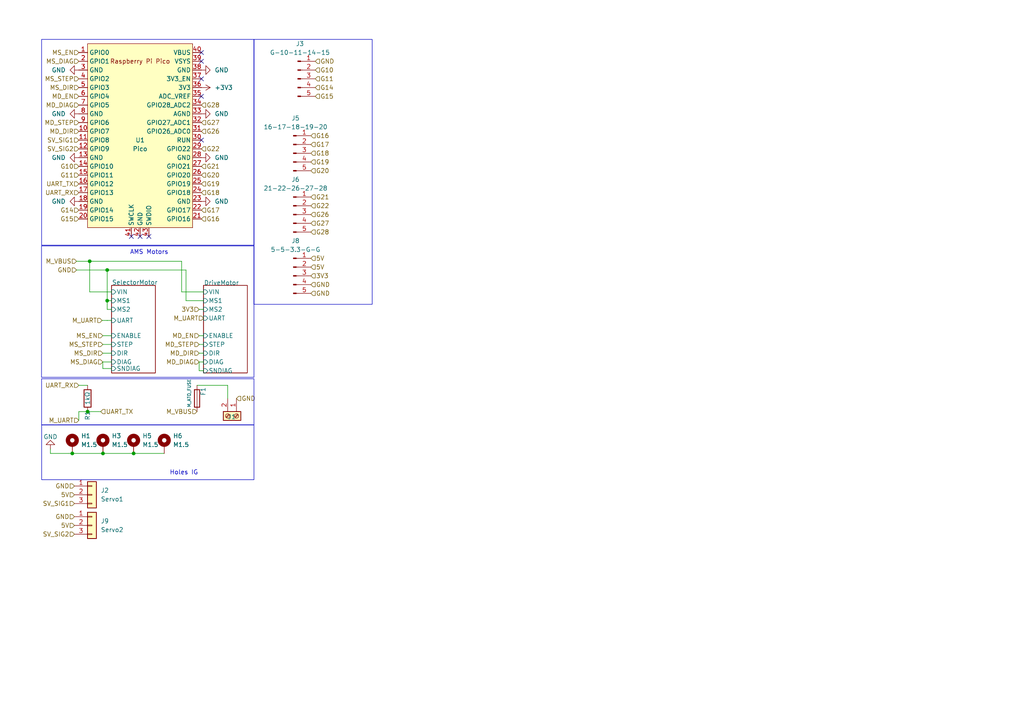
<source format=kicad_sch>
(kicad_sch (version 20250114) (generator "eeschema") (generator_version "9.0")
  (paper "A4")
  (lib_symbols
    (symbol "Connector:Conn_01x05_Pin" (pin_names (offset 1.016) (hide yes))
      (property "Reference" "J" (at 0 7.62 0))
      (property "Value" "Conn_01x05_Pin" (at 0 -7.62 0))
      (symbol "Conn_01x05_Pin_1_1"
        (rectangle (start 0.8636 5.207) (end 0 4.953) (stroke (width 0.1524)) (fill (type outline)))
        (rectangle (start 0.8636 2.667) (end 0 2.413) (stroke (width 0.1524)) (fill (type outline)))
        (rectangle (start 0.8636 0.127) (end 0 -0.127) (stroke (width 0.1524)) (fill (type outline)))
        (rectangle (start 0.8636 -2.413) (end 0 -2.667) (stroke (width 0.1524)) (fill (type outline)))
        (rectangle (start 0.8636 -4.953) (end 0 -5.207) (stroke (width 0.1524)) (fill (type outline)))
        (polyline (pts (xy 1.27 5.08) (xy 0.8636 5.08)) (stroke (width 0.1524)))
        (polyline (pts (xy 1.27 2.54) (xy 0.8636 2.54)) (stroke (width 0.1524)))
        (polyline (pts (xy 1.27 0) (xy 0.8636 0)) (stroke (width 0.1524)))
        (polyline (pts (xy 1.27 -2.54) (xy 0.8636 -2.54)) (stroke (width 0.1524)))
        (polyline (pts (xy 1.27 -5.08) (xy 0.8636 -5.08)) (stroke (width 0.1524)))
        (pin passive line (at 5.08 5.08 180) (length 3.81) (name "Pin_1") (number "1"))
        (pin passive line (at 5.08 2.54 180) (length 3.81) (name "Pin_2") (number "2"))
        (pin passive line (at 5.08 0 180) (length 3.81) (name "Pin_3") (number "3"))
        (pin passive line (at 5.08 -2.54 180) (length 3.81) (name "Pin_4") (number "4"))
        (pin passive line (at 5.08 -5.08 180) (length 3.81) (name "Pin_5") (number "5"))
      )
    )
    (symbol "Connector:Screw_Terminal_01x02" (pin_names (offset 1.016) (hide yes))
      (property "Reference" "J" (at 0 2.54 0))
      (property "Value" "Screw_Terminal_01x02" (at 0 -5.08 0))
      (symbol "Screw_Terminal_01x02_1_1"
        (rectangle (start -1.27 1.27) (end 1.27 -3.81) (stroke (width 0.254)) (fill (type background)))
        (polyline (pts (xy -0.5334 0.3302) (xy 0.3302 -0.508)) (stroke (width 0.1524)))
        (polyline (pts (xy -0.5334 -2.2098) (xy 0.3302 -3.048)) (stroke (width 0.1524)))
        (polyline (pts (xy -0.3556 0.508) (xy 0.508 -0.3302)) (stroke (width 0.1524)))
        (polyline (pts (xy -0.3556 -2.032) (xy 0.508 -2.8702)) (stroke (width 0.1524)))
        (circle (center 0 0) (radius 0.635) (stroke (width 0.1524)))
        (circle (center 0 -2.54) (radius 0.635) (stroke (width 0.1524)))
        (pin passive line (at -5.08 0 0) (length 3.81) (name "Pin_1") (number "1"))
        (pin passive line (at -5.08 -2.54 0) (length 3.81) (name "Pin_2") (number "2"))
      )
    )
    (symbol "Connector_Generic:Conn_01x03" (pin_names (offset 1.016) (hide yes))
      (property "Reference" "J" (at 0 5.08 0))
      (property "Value" "Conn_01x03" (at 0 -5.08 0))
      (symbol "Conn_01x03_1_1"
        (rectangle (start -1.27 3.81) (end 1.27 -3.81) (stroke (width 0.254)) (fill (type background)))
        (rectangle (start -1.27 2.667) (end 0 2.413) (stroke (width 0.1524)))
        (rectangle (start -1.27 0.127) (end 0 -0.127) (stroke (width 0.1524)))
        (rectangle (start -1.27 -2.413) (end 0 -2.667) (stroke (width 0.1524)))
        (pin passive line (at -5.08 2.54 0) (length 3.81) (name "Pin_1") (number "1"))
        (pin passive line (at -5.08 0 0) (length 3.81) (name "Pin_2") (number "2"))
        (pin passive line (at -5.08 -2.54 0) (length 3.81) (name "Pin_3") (number "3"))
      )
    )
    (symbol "Device:Fuse" (pin_numbers (hide yes)) (pin_names (offset 0))
      (property "Reference" "F" (at 2.032 0 90))
      (property "Value" "Fuse" (at -1.905 0 90))
      (symbol "Fuse_0_1"
        (rectangle (start -0.762 -2.54) (end 0.762 2.54) (stroke (width 0.254)))
        (polyline (pts (xy 0 2.54) (xy 0 -2.54)))
      )
      (symbol "Fuse_1_1"
        (pin passive line (at 0 3.81 270) (length 1.27) (name "~") (number "1"))
        (pin passive line (at 0 -3.81 90) (length 1.27) (name "~") (number "2"))
      )
    )
    (symbol "Device:R" (pin_numbers (hide yes)) (pin_names (offset 0))
      (property "Reference" "R" (at 2.032 0 90))
      (property "Value" "R" (at 0 0 90))
      (symbol "R_0_1"
        (rectangle (start -1.016 -2.54) (end 1.016 2.54) (stroke (width 0.254)))
      )
      (symbol "R_1_1"
        (pin passive line (at 0 3.81 270) (length 1.27) (name "~") (number "1"))
        (pin passive line (at 0 -3.81 90) (length 1.27) (name "~") (number "2"))
      )
    )
    (symbol "MCU_RaspberryPi_and_Boards:Pico"
      (property "Reference" "U" (at -13.97 27.94 0))
      (property "Value" "Pico" (at 0 19.05 0))
      (symbol "Pico_0_0"
        (text "Raspberry Pi Pico" (at 0 21.59 0) (effects (font (size 1.27 1.27))))
      )
      (symbol "Pico_0_1"
        (rectangle (start -15.24 26.67) (end 15.24 -26.67) (fill (type background)))
      )
      (symbol "Pico_1_1"
        (pin bidirectional line (at -17.78 24.13 0) (length 2.54) (name "GPIO0") (number "1"))
        (pin bidirectional line (at -17.78 21.59 0) (length 2.54) (name "GPIO1") (number "2"))
        (pin power_in line (at -17.78 19.05 0) (length 2.54) (name "GND") (number "3"))
        (pin bidirectional line (at -17.78 16.51 0) (length 2.54) (name "GPIO2") (number "4"))
        (pin bidirectional line (at -17.78 13.97 0) (length 2.54) (name "GPIO3") (number "5"))
        (pin bidirectional line (at -17.78 11.43 0) (length 2.54) (name "GPIO4") (number "6"))
        (pin bidirectional line (at -17.78 8.89 0) (length 2.54) (name "GPIO5") (number "7"))
        (pin power_in line (at -17.78 6.35 0) (length 2.54) (name "GND") (number "8"))
        (pin bidirectional line (at -17.78 3.81 0) (length 2.54) (name "GPIO6") (number "9"))
        (pin bidirectional line (at -17.78 1.27 0) (length 2.54) (name "GPIO7") (number "10"))
        (pin bidirectional line (at -17.78 -1.27 0) (length 2.54) (name "GPIO8") (number "11"))
        (pin bidirectional line (at -17.78 -3.81 0) (length 2.54) (name "GPIO9") (number "12"))
        (pin power_in line (at -17.78 -6.35 0) (length 2.54) (name "GND") (number "13"))
        (pin bidirectional line (at -17.78 -8.89 0) (length 2.54) (name "GPIO10") (number "14"))
        (pin bidirectional line (at -17.78 -11.43 0) (length 2.54) (name "GPIO11") (number "15"))
        (pin bidirectional line (at -17.78 -13.97 0) (length 2.54) (name "GPIO12") (number "16"))
        (pin bidirectional line (at -17.78 -16.51 0) (length 2.54) (name "GPIO13") (number "17"))
        (pin power_in line (at -17.78 -19.05 0) (length 2.54) (name "GND") (number "18"))
        (pin bidirectional line (at -17.78 -21.59 0) (length 2.54) (name "GPIO14") (number "19"))
        (pin bidirectional line (at -17.78 -24.13 0) (length 2.54) (name "GPIO15") (number "20"))
        (pin input line (at -2.54 -29.21 90) (length 2.54) (name "SWCLK") (number "41"))
        (pin power_in line (at 0 -29.21 90) (length 2.54) (name "GND") (number "42"))
        (pin bidirectional line (at 2.54 -29.21 90) (length 2.54) (name "SWDIO") (number "43"))
        (pin power_in line (at 17.78 24.13 180) (length 2.54) (name "VBUS") (number "40"))
        (pin power_in line (at 17.78 21.59 180) (length 2.54) (name "VSYS") (number "39"))
        (pin bidirectional line (at 17.78 19.05 180) (length 2.54) (name "GND") (number "38"))
        (pin input line (at 17.78 16.51 180) (length 2.54) (name "3V3_EN") (number "37"))
        (pin power_in line (at 17.78 13.97 180) (length 2.54) (name "3V3") (number "36"))
        (pin power_in line (at 17.78 11.43 180) (length 2.54) (name "ADC_VREF") (number "35"))
        (pin bidirectional line (at 17.78 8.89 180) (length 2.54) (name "GPIO28_ADC2") (number "34"))
        (pin power_in line (at 17.78 6.35 180) (length 2.54) (name "AGND") (number "33"))
        (pin bidirectional line (at 17.78 3.81 180) (length 2.54) (name "GPIO27_ADC1") (number "32"))
        (pin bidirectional line (at 17.78 1.27 180) (length 2.54) (name "GPIO26_ADC0") (number "31"))
        (pin input line (at 17.78 -1.27 180) (length 2.54) (name "RUN") (number "30"))
        (pin bidirectional line (at 17.78 -3.81 180) (length 2.54) (name "GPIO22") (number "29"))
        (pin power_in line (at 17.78 -6.35 180) (length 2.54) (name "GND") (number "28"))
        (pin bidirectional line (at 17.78 -8.89 180) (length 2.54) (name "GPIO21") (number "27"))
        (pin bidirectional line (at 17.78 -11.43 180) (length 2.54) (name "GPIO20") (number "26"))
        (pin bidirectional line (at 17.78 -13.97 180) (length 2.54) (name "GPIO19") (number "25"))
        (pin bidirectional line (at 17.78 -16.51 180) (length 2.54) (name "GPIO18") (number "24"))
        (pin power_in line (at 17.78 -19.05 180) (length 2.54) (name "GND") (number "23"))
        (pin bidirectional line (at 17.78 -21.59 180) (length 2.54) (name "GPIO17") (number "22"))
        (pin bidirectional line (at 17.78 -24.13 180) (length 2.54) (name "GPIO16") (number "21"))
      )
    )
    (symbol "MountingHole_Pad_1" (pin_numbers (hide yes)) (pin_names (offset 1.016) (hide yes)) (exclude_from_sim yes) (in_bom no)
      (property "Reference" "H" (at 0 6.35 0))
      (property "Value" "MountingHole_Pad" (at 0 4.445 0))
      (symbol "MountingHole_Pad_1_0_1"
        (circle (center 0 1.27) (radius 1.27) (stroke (width 1.27)))
      )
      (symbol "MountingHole_Pad_1_1_1"
        (pin input line (at 0 -2.54 90) (length 2.54) (name "1") (number "1"))
      )
    )
    (symbol "power:+3V3" (power) (pin_names (offset 0))
      (property "Value" "+3V3" (at 0 3.556 0))
      (symbol "+3V3_0_1"
        (polyline (pts (xy -0.762 1.27) (xy 0 2.54)))
        (polyline (pts (xy 0 2.54) (xy 0.762 1.27)))
        (polyline (pts (xy 0 0) (xy 0 2.54)))
      )
      (symbol "+3V3_1_1"
        (pin power_in line (at 0 0 90) (length 0) (hide yes) (name "+3V3") (number "1"))
      )
    )
    (symbol "power:GND" (power) (pin_names (offset 0))
      (property "Value" "GND" (at 0 -3.81 0))
      (symbol "GND_0_1"
        (polyline (pts (xy 0 0) (xy 0 -1.27) (xy 1.27 -1.27) (xy 0 -2.54) (xy -1.27 -1.27) (xy 0 -1.27)))
      )
      (symbol "GND_1_1"
        (pin power_in line (at 0 0 270) (length 0) (hide yes) (name "GND") (number "1"))
      )
    )
  )
  (rectangle (start 12.065 11.43) (end 73.66 71.12))
  (rectangle (start 12.0825 123.2601) (end 73.6599 139.1351))
  (rectangle (start 73.66 11.43) (end 107.95 88.265))
  (rectangle (start 12.0406 71.3299) (end 73.66 109.4299))
  (rectangle (start 12.065 109.855) (end 73.66 123.19))
  (text "AMS Motors" (at 43.2826 73.2349 0) (effects (font (size 1.27 1.27))))
  (text "Holes IG\n" (at 53.34 137.16 0) (effects (font (size 1.27 1.27))))
  (junction (at 31.0906 87.2049))
  (junction (at 20.9725 131.5151))
  (junction (at 29.8625 131.5151))
  (junction (at 25.4 119.38))
  (junction (at 38.7525 131.5151))
  (junction (at 31.0906 78.3149))
  (junction (at 26.0106 75.7749))
  (no_connect (at 58.42 15.24))
  (no_connect (at 38.1 68.58))
  (no_connect (at 58.42 17.78))
  (no_connect (at 40.64 68.58))
  (no_connect (at 43.18 68.58))
  (no_connect (at 58.42 22.86))
  (no_connect (at 58.42 27.94))
  (no_connect (at 58.42 40.64))
  (wire (pts (xy 31.0906 92.9367) (xy 29.6087 92.9367)))
  (wire (pts (xy 22.86 121.92) (xy 22.86 119.38)))
  (wire (pts (xy 57.7606 102.4449) (xy 59.0306 102.4449)))
  (wire (pts (xy 29.8625 131.5151) (xy 38.7525 131.5151)))
  (wire (pts (xy 22.2006 78.3149) (xy 31.0906 78.3149)))
  (wire (pts (xy 29.8206 106.8899) (xy 32.3606 106.8899)))
  (wire (pts (xy 20.9725 131.5151) (xy 29.8625 131.5151)))
  (wire (pts (xy 31.0906 78.3149) (xy 53.9506 78.3149)))
  (wire (pts (xy 66.04 111.76) (xy 66.04 115.57)))
  (wire (pts (xy 29.8206 97.3649) (xy 32.3606 97.3649)))
  (wire (pts (xy 31.0906 89.7449) (xy 32.3606 89.7449)))
  (wire (pts (xy 22.86 119.38) (xy 25.4 119.38)))
  (wire (pts (xy 57.7606 99.9049) (xy 59.0306 99.9049)))
  (wire (pts (xy 31.0906 78.3149) (xy 31.0906 87.2049)))
  (wire (pts (xy 29.8206 99.9049) (xy 32.3606 99.9049)))
  (wire (pts (xy 53.9506 87.2049) (xy 59.0306 87.2049)))
  (wire (pts (xy 29.8206 104.9849) (xy 32.3606 104.9849)))
  (wire (pts (xy 29.8206 102.4449) (xy 32.3606 102.4449)))
  (wire (pts (xy 57.7606 97.3649) (xy 59.0306 97.3649)))
  (wire (pts (xy 53.9506 78.3149) (xy 53.9506 87.2049)))
  (wire (pts (xy 38.7525 131.5151) (xy 47.638 131.5151)))
  (wire (pts (xy 52.6806 84.6649) (xy 59.0306 84.6649)))
  (wire (pts (xy 31.0906 87.2049) (xy 31.0906 89.7449)))
  (wire (pts (xy 31.0906 92.9367) (xy 31.0906 92.9405)))
  (wire (pts (xy 57.7606 104.9849) (xy 57.7606 107.5249)))
  (wire (pts (xy 57.7606 107.5249) (xy 59.0306 107.5249)))
  (wire (pts (xy 26.0106 75.7749) (xy 26.0106 84.6649)))
  (wire (pts (xy 57.15 111.76) (xy 66.04 111.76)))
  (wire (pts (xy 29.8206 104.9849) (xy 29.8206 106.8899)))
  (wire (pts (xy 22.86 111.76) (xy 25.4 111.76)))
  (wire (pts (xy 57.7606 104.9849) (xy 59.0306 104.9849)))
  (wire (pts (xy 26.0106 75.7749) (xy 52.6806 75.7749)))
  (wire (pts (xy 25.4 119.38) (xy 29.21 119.38)))
  (wire (pts (xy 14.6225 130.2451) (xy 14.6225 131.5151)))
  (wire (pts (xy 14.6225 131.5151) (xy 20.9725 131.5151)))
  (wire (pts (xy 57.7606 89.7449) (xy 59.0306 89.7449)))
  (wire (pts (xy 52.6806 75.7749) (xy 52.6806 84.6649)))
  (wire (pts (xy 31.0906 87.2049) (xy 32.3606 87.2049)))
  (wire (pts (xy 26.0106 84.6649) (xy 32.3606 84.6649)))
  (wire (pts (xy 31.0906 92.9405) (xy 32.3606 92.9405)))
  (wire (pts (xy 22.2006 75.7749) (xy 26.0106 75.7749)))
  (hierarchical_label "G14" (shape input) (at 22.86 60.96 180))
  (hierarchical_label "G10" (shape input) (at 91.44 20.32 0))
  (hierarchical_label "MD_STEP" (shape input) (at 57.7606 99.9049 180))
  (hierarchical_label "3V3" (shape input) (at 90.17 80.01 0))
  (hierarchical_label "MS_DIAG" (shape input) (at 29.8206 104.9849 180))
  (hierarchical_label "5V" (shape input) (at 90.17 74.93 0))
  (hierarchical_label "GND" (shape input) (at 21.59 140.97 180))
  (hierarchical_label "UART_TX" (shape input) (at 29.21 119.38 0))
  (hierarchical_label "MS_STEP" (shape input) (at 22.86 22.86 180))
  (hierarchical_label "G11" (shape input) (at 91.44 22.86 0))
  (hierarchical_label "G18" (shape input) (at 90.17 44.45 0))
  (hierarchical_label "MS_DIAG" (shape input) (at 22.86 17.78 180))
  (hierarchical_label "3V3" (shape input) (at 57.7606 89.7449 180))
  (hierarchical_label "UART_RX" (shape input) (at 22.86 111.76 180))
  (hierarchical_label "GND" (shape input) (at 68.58 115.57 0))
  (hierarchical_label "M_VBUS" (shape input) (at 57.15 119.38 180))
  (hierarchical_label "MD_DIR" (shape input) (at 22.86 38.1 180))
  (hierarchical_label "G20" (shape input) (at 58.42 50.8 0))
  (hierarchical_label "G20" (shape input) (at 90.17 49.53 0))
  (hierarchical_label "GND" (shape input) (at 90.17 82.55 0))
  (hierarchical_label "5V" (shape input) (at 21.59 143.51 180))
  (hierarchical_label "G28" (shape input) (at 90.17 67.31 0))
  (hierarchical_label "MS_DIR" (shape input) (at 29.8206 102.4449 180))
  (hierarchical_label "MD_DIAG" (shape input) (at 57.7606 104.9849 180))
  (hierarchical_label "G28" (shape input) (at 58.42 30.48 0))
  (hierarchical_label "GND" (shape input) (at 91.44 17.78 0))
  (hierarchical_label "G22" (shape input) (at 90.17 59.69 0))
  (hierarchical_label "G16" (shape input) (at 90.17 39.37 0))
  (hierarchical_label "GND" (shape input) (at 22.2006 78.3149 180))
  (hierarchical_label "G21" (shape input) (at 90.17 57.15 0))
  (hierarchical_label "MS_DIR" (shape input) (at 22.86 25.4 180))
  (hierarchical_label "G16" (shape input) (at 58.42 63.5 0))
  (hierarchical_label "SV_SIG1" (shape input) (at 22.86 40.64 180))
  (hierarchical_label "G15" (shape input) (at 91.44 27.94 0))
  (hierarchical_label "M_UART" (shape input) (at 59.0306 92.2849 180))
  (hierarchical_label "M_UART" (shape input) (at 22.86 121.92 180))
  (hierarchical_label "MD_STEP" (shape input) (at 22.86 35.56 180))
  (hierarchical_label "G26" (shape input) (at 90.17 62.23 0))
  (hierarchical_label "G19" (shape input) (at 58.42 53.34 0))
  (hierarchical_label "UART_RX" (shape input) (at 22.86 55.88 180))
  (hierarchical_label "SV_SIG1" (shape input) (at 21.59 146.05 180))
  (hierarchical_label "G19" (shape input) (at 90.17 46.99 0))
  (hierarchical_label "SV_SIG2" (shape input) (at 21.59 154.94 180))
  (hierarchical_label "GND" (shape input) (at 21.59 149.86 180))
  (hierarchical_label "G10" (shape input) (at 22.86 48.26 180))
  (hierarchical_label "MD_EN" (shape input) (at 22.86 27.94 180))
  (hierarchical_label "5V" (shape input) (at 90.17 77.47 0))
  (hierarchical_label "5V" (shape input) (at 21.59 152.4 180))
  (hierarchical_label "G27" (shape input) (at 58.42 35.56 0))
  (hierarchical_label "G27" (shape input) (at 90.17 64.77 0))
  (hierarchical_label "G15" (shape input) (at 22.86 63.5 180))
  (hierarchical_label "G14" (shape input) (at 91.44 25.4 0))
  (hierarchical_label "G18" (shape input) (at 58.42 55.88 0))
  (hierarchical_label "G17" (shape input) (at 90.17 41.91 0))
  (hierarchical_label "GND" (shape input) (at 90.17 85.09 0))
  (hierarchical_label "MS_EN" (shape input) (at 29.8206 97.3649 180))
  (hierarchical_label "SV_SIG2" (shape input) (at 22.86 43.18 180))
  (hierarchical_label "M_UART" (shape input) (at 29.6087 92.9367 180))
  (hierarchical_label "MD_DIAG" (shape input) (at 22.86 30.48 180))
  (hierarchical_label "UART_TX" (shape input) (at 22.86 53.34 180))
  (hierarchical_label "G21" (shape input) (at 58.42 48.26 0))
  (hierarchical_label "MS_STEP" (shape input) (at 29.8206 99.9049 180))
  (hierarchical_label "G26" (shape input) (at 58.42 38.1 0))
  (hierarchical_label "G17" (shape input) (at 58.42 60.96 0))
  (hierarchical_label "MD_DIR" (shape input) (at 57.7606 102.4449 180))
  (hierarchical_label "G11" (shape input) (at 22.86 50.8 180))
  (hierarchical_label "MD_EN" (shape input) (at 57.7606 97.3649 180))
  (hierarchical_label "G22" (shape input) (at 58.42 43.18 0))
  (hierarchical_label "MS_EN" (shape input) (at 22.86 15.24 180))
  (hierarchical_label "M_VBUS" (shape input) (at 22.2006 75.7749 180))
  (symbol (lib_name "MountingHole_Pad_1") (lib_id "Mechanical:MountingHole_Pad") (at 20.9725 128.9751 0) (unit 1) (exclude_from_sim yes) (in_bom no)
    (property "Reference" "H1" (at 23.5125 126.435 0) (effects (justify left)))
    (property "Value" "M1.5" (at 23.5125 128.975 0) (effects (justify left)))
    (property "Footprint" "OpenA1K:Mountinghole_m1.5" (effects (hide yes)))
    (property "Description" "Mounting Hole with connection" (effects (hide yes)))
  )
  (symbol (lib_id "Device:Fuse") (at 57.15 115.57 180) (unit 1)
    (property "Reference" "F1" (at 58.928 113.538 90))
    (property "Value" "M_ATO_FUSE" (at 54.864 114.046 90) (effects (font (size 0.889 0.889))))
    (property "Footprint" "OpenA1K:Updated ATO Mini-Blade_2Post" (effects (hide yes)))
    (property "Description" "Fuse" (effects (hide yes)))
  )
  (symbol (lib_id "power:GND") (at 58.42 45.72 90) (unit 1)
    (property "Reference" "#PWR09" (effects (hide yes)))
    (property "Value" "GND" (at 62.23 45.72 90) (effects (justify right)))
  )
  (symbol (lib_id "Connector_Generic:Conn_01x03") (at 26.67 152.4 0) (unit 1)
    (property "Reference" "J9" (at 29.21 151.1299 0) (effects (justify left)))
    (property "Value" "Servo2" (at 29.21 153.6699 0) (effects (justify left)))
    (property "Footprint" "Connector_PinHeader_2.54mm:PinHeader_1x03_P2.54mm_Vertical" (effects (hide yes)))
    (property "Description" "Generic connector, single row, 01x03, script generated (kicad-library-utils/schlib/autogen/connector/)" (effects (hide yes)))
  )
  (symbol (lib_id "Connector:Conn_01x05_Pin") (at 85.09 44.45 0) (unit 1)
    (property "Reference" "J5" (at 85.725 34.29 0))
    (property "Value" "16-17-18-19-20" (at 85.725 36.83 0))
    (property "Footprint" "Connector_PinHeader_2.54mm:PinHeader_1x05_P2.54mm_Vertical" (effects (hide yes)))
    (property "Description" "Generic connector, single row, 01x05, script generated" (effects (hide yes)))
  )
  (symbol (lib_id "power:GND") (at 22.86 33.02 270) (unit 1)
    (property "Reference" "#PWR03" (effects (hide yes)))
    (property "Value" "GND" (at 19.05 33.0199 90) (effects (justify right)))
  )
  (symbol (lib_id "power:GND") (at 58.42 20.32 90) (unit 1)
    (property "Reference" "#PWR06" (effects (hide yes)))
    (property "Value" "GND" (at 62.23 20.32 90) (effects (justify right)))
  )
  (symbol (lib_name "MountingHole_Pad_1") (lib_id "Mechanical:MountingHole_Pad") (at 29.8625 128.9751 0) (unit 1) (exclude_from_sim yes) (in_bom no)
    (property "Reference" "H3" (at 32.4025 126.435 0) (effects (justify left)))
    (property "Value" "M1.5" (at 32.4025 128.975 0) (effects (justify left)))
    (property "Footprint" "OpenA1K:Mountinghole_m1.5" (effects (hide yes)))
    (property "Description" "Mounting Hole with connection" (effects (hide yes)))
  )
  (symbol (lib_id "power:+3V3") (at 58.42 25.4 270) (unit 1)
    (property "Reference" "#PWR07" (effects (hide yes)))
    (property "Value" "+3V3" (at 62.23 25.4 90) (effects (justify left)))
  )
  (symbol (lib_name "MountingHole_Pad_1") (lib_id "Mechanical:MountingHole_Pad") (at 47.638 128.9751 0) (unit 1) (exclude_from_sim yes) (in_bom no)
    (property "Reference" "H6" (at 50.178 126.435 0) (effects (justify left)))
    (property "Value" "M1.5" (at 50.178 128.975 0) (effects (justify left)))
    (property "Footprint" "OpenA1K:Mountinghole_m1.5" (effects (hide yes)))
    (property "Description" "Mounting Hole with connection" (effects (hide yes)))
  )
  (symbol (lib_id "Connector_Generic:Conn_01x03") (at 26.67 143.51 0) (unit 1)
    (property "Reference" "J2" (at 29.21 142.2399 0) (effects (justify left)))
    (property "Value" "Servo1" (at 29.21 144.7799 0) (effects (justify left)))
    (property "Footprint" "Connector_PinHeader_2.54mm:PinHeader_1x03_P2.54mm_Vertical" (effects (hide yes)))
    (property "Description" "Generic connector, single row, 01x03, script generated (kicad-library-utils/schlib/autogen/connector/)" (effects (hide yes)))
  )
  (symbol (lib_id "power:GND") (at 58.42 58.42 90) (unit 1)
    (property "Reference" "#PWR010" (effects (hide yes)))
    (property "Value" "GND" (at 62.23 58.42 90) (effects (justify right)))
  )
  (symbol (lib_id "MCU_RaspberryPi_and_Boards:Pico") (at 40.64 39.37 0) (unit 1)
    (property "Reference" "U1" (at 40.64 40.64 0))
    (property "Value" "Pico" (at 40.64 43.18 0))
    (property "Footprint" "OpenA1K:Socketed MCU - Pico (No Text)" (effects (hide yes)))
  )
  (symbol (lib_id "Connector:Conn_01x05_Pin") (at 86.36 22.86 0) (unit 1)
    (property "Reference" "J3" (at 86.995 12.7 0))
    (property "Value" "G-10-11-14-15" (at 86.995 15.24 0))
    (property "Footprint" "Connector_PinHeader_2.54mm:PinHeader_1x05_P2.54mm_Vertical" (effects (hide yes)))
    (property "Description" "Generic connector, single row, 01x05, script generated" (effects (hide yes)))
  )
  (symbol (lib_id "power:GND") (at 14.6225 130.2451 180) (unit 1)
    (property "Reference" "#PWR01" (effects (hide yes)))
    (property "Value" "GND" (at 12.5905 126.6891 0) (effects (justify right)))
  )
  (symbol (lib_id "Connector:Screw_Terminal_01x02") (at 68.58 120.65 270) (unit 1)
    (property "Reference" "J1" (at 66.04 120.904 90) (effects (justify left)))
    (property "Value" "Screw_Terminal_01x02" (effects (hide yes)))
    (property "Footprint" "OpenA1K:1x2 Terminal Block" (effects (hide yes)))
  )
  (symbol (lib_id "power:GND") (at 58.42 33.02 90) (unit 1)
    (property "Reference" "#PWR08" (effects (hide yes)))
    (property "Value" "GND" (at 62.23 33.02 90) (effects (justify right)))
  )
  (symbol (lib_id "Connector:Conn_01x05_Pin") (at 85.09 62.23 0) (unit 1)
    (property "Reference" "J6" (at 85.725 52.07 0))
    (property "Value" "21-22-26-27-28" (at 85.725 54.61 0))
    (property "Footprint" "Connector_PinHeader_2.54mm:PinHeader_1x05_P2.54mm_Vertical" (effects (hide yes)))
    (property "Description" "Generic connector, single row, 01x05, script generated" (effects (hide yes)))
  )
  (symbol (lib_id "power:GND") (at 22.86 20.32 270) (unit 1)
    (property "Reference" "#PWR02" (effects (hide yes)))
    (property "Value" "GND" (at 19.05 20.3199 90) (effects (justify right)))
  )
  (symbol (lib_id "Device:R") (at 25.4 115.57 0) (unit 1)
    (property "Reference" "R1" (at 25.4 121.92 90) (effects (justify left)))
    (property "Value" "1kΩ" (at 25.4 117.475 90) (effects (justify left)))
    (property "Footprint" "Resistor_THT:R_Axial_DIN0207_L6.3mm_D2.5mm_P10.16mm_Horizontal" (effects (hide yes)))
  )
  (symbol (lib_name "MountingHole_Pad_1") (lib_id "Mechanical:MountingHole_Pad") (at 38.7525 128.9751 0) (unit 1) (exclude_from_sim yes) (in_bom no)
    (property "Reference" "H5" (at 41.2925 126.435 0) (effects (justify left)))
    (property "Value" "M1.5" (at 41.2925 128.975 0) (effects (justify left)))
    (property "Footprint" "OpenA1K:Mountinghole_m1.5" (effects (hide yes)))
    (property "Description" "Mounting Hole with connection" (effects (hide yes)))
  )
  (symbol (lib_id "Connector:Conn_01x05_Pin") (at 85.09 80.01 0) (unit 1)
    (property "Reference" "J8" (at 85.725 69.85 0))
    (property "Value" "5-5-3.3-G-G" (at 85.725 72.39 0))
    (property "Footprint" "Connector_PinHeader_2.54mm:PinHeader_1x05_P2.54mm_Vertical" (effects (hide yes)))
    (property "Description" "Generic connector, single row, 01x05, script generated" (effects (hide yes)))
  )
  (symbol (lib_id "power:GND") (at 22.86 45.72 270) (unit 1)
    (property "Reference" "#PWR04" (effects (hide yes)))
    (property "Value" "GND" (at 19.05 45.7199 90) (effects (justify right)))
  )
  (symbol (lib_id "power:GND") (at 22.86 58.42 270) (unit 1)
    (property "Reference" "#PWR05" (effects (hide yes)))
    (property "Value" "GND" (at 19.05 58.4199 90) (effects (justify right)))
  )
  (sheet (at 59.0306 82.7599) (size 12.7 25.4) (stroke (width 0.1524))
    (property "Sheetname" "DriveMotor" (at 59.1576 82.7599 0) (effects (justify left bottom)))
    (property "Sheetfile" "DriverSlot.kicad_sch" (effects (hide yes)))
    (pin "DIAG" input (at 59.0306 104.9849 180))
    (pin "MS1" input (at 59.0306 87.2049 180))
    (pin "MS2" input (at 59.0306 89.7449 180))
    (pin "UART" input (at 59.0306 92.2849 180))
    (pin "DIR" input (at 59.0306 102.4449 180))
    (pin "STEP" input (at 59.0306 99.9049 180))
    (pin "VIN" input (at 59.0306 84.6649 180))
    (pin "ENABLE" input (at 59.0306 97.3649 180))
    (pin "SNDIAG" input (at 59.0306 107.5249 180))
  )
  (sheet (at 32.3606 82.7805) (size 12.7 25.4) (stroke (width 0.1524))
    (property "Sheetname" "SelectorMotor" (at 32.4876 82.6535 0) (effects (justify left bottom)))
    (property "Sheetfile" "DriverSlot.kicad_sch" (effects (hide yes)))
    (pin "DIAG" input (at 32.3606 104.9849 180))
    (pin "MS1" input (at 32.3606 87.2049 180))
    (pin "MS2" input (at 32.3606 89.7449 180))
    (pin "UART" input (at 32.3606 92.9405 180))
    (pin "DIR" input (at 32.3606 102.4449 180))
    (pin "STEP" input (at 32.3606 99.9049 180))
    (pin "VIN" input (at 32.3606 84.6649 180))
    (pin "ENABLE" input (at 32.3606 97.3649 180))
    (pin "SNDIAG" input (at 32.3606 106.8899 180))
  )
)
</source>
